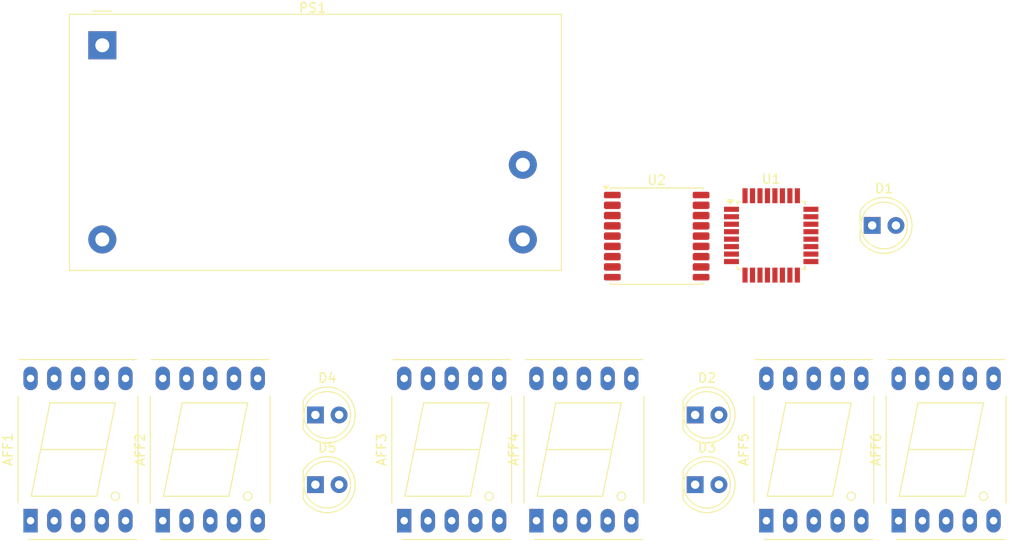
<source format=kicad_pcb>
(kicad_pcb (version 20241229) (generator "pcbnew") (generator_version "9.0")
  (layers (0 "F.Cu" signal) (2 "B.Cu" signal) (13 "F.Paste" user) (15 "B.Paste" user) (5 "F.SilkS" user "F.Silkscreen") (7 "B.SilkS" user "B.Silkscreen") (1 "F.Mask" user) (3 "B.Mask" user) (25 "Edge.Cuts" user))
  (net 0 "")
  (net 91 "Net-(U1-GND-Pad21)")
  (net 117 "Net-(U2-GND-Pad1)")
  (footprint "Display_7Segment:7SegmentLED_LTS6760_LTS6780" (layer "F.Cu") (at 130.334 109.22 90)
    (property "Reference" "AFF4" (at 7.62 -2.42 90) (layer "F.SilkS"))
    (property "Value" "LTS-6960HR")
    (fp_line (start 1.905 -1.33) (end 13.335 -1.33) (stroke (width 0.12)) (layer "F.SilkS"))
    (fp_line (start -2.015 -0.22) (end -2.015 11.38) (stroke (width 0.12)) (layer "F.SilkS"))
    (fp_line (start 2.62 0.08) (end 2.62 7.08) (stroke (width 0.12)) (layer "F.SilkS"))
    (fp_line (start 7.62 1.08) (end 2.62 0.08) (stroke (width 0.12)) (layer "F.SilkS"))
    (fp_line (start 12.62 2.08) (end 7.62 1.08) (stroke (width 0.12)) (layer "F.SilkS"))
    (fp_line (start 12.62 2.08) (end 12.62 9.08) (stroke (width 0.12)) (layer "F.SilkS"))
    (fp_line (start 2.62 7.08) (end 7.62 8.08) (stroke (width 0.12)) (layer "F.SilkS"))
    (fp_line (start 7.62 8.08) (end 7.62 1.08) (stroke (width 0.12)) (layer "F.SilkS"))
    (fp_line (start 12.62 9.08) (end 7.62 8.08) (stroke (width 0.12)) (layer "F.SilkS"))
    (fp_line (start 17.255 11.38) (end 17.255 -1.22) (stroke (width 0.12)) (layer "F.SilkS"))
    (fp_line (start 1.905 11.49) (end 13.335 11.49) (stroke (width 0.12)) (layer "F.SilkS"))
    (fp_circle (center 2.62 9.08) (end 3.067214 9.08) (stroke (width 0.12)) (fill no) (layer "F.SilkS"))
    (pad "1" thru_hole rect (at 0 0) (size 1.524 2.524) (drill 0.8) (layers "*.Cu" "*.Mask"))
    (pad "2" thru_hole oval (at 0 2.54) (size 1.524 2.524) (drill 0.8) (layers "*.Cu" "*.Mask"))
    (pad "3" thru_hole oval (at 0 5.08) (size 1.524 2.524) (drill 0.8) (layers "*.Cu" "*.Mask"))
    (pad "4" thru_hole oval (at 0 7.62) (size 1.524 2.524) (drill 0.8) (layers "*.Cu" "*.Mask"))
    (pad "5" thru_hole oval (at 0 10.16) (size 1.524 2.524) (drill 0.8) (layers "*.Cu" "*.Mask"))
    (pad "6" thru_hole oval (at 15.24 10.16) (size 1.524 2.524) (drill 0.8) (layers "*.Cu" "*.Mask"))
    (pad "7" thru_hole oval (at 15.24 7.62) (size 1.524 2.524) (drill 0.8) (layers "*.Cu" "*.Mask"))
    (pad "8" thru_hole oval (at 15.24 5.08) (size 1.524 2.524) (drill 0.8) (layers "*.Cu" "*.Mask"))
    (pad "9" thru_hole oval (at 15.24 2.54) (size 1.524 2.524) (drill 0.8) (layers "*.Cu" "*.Mask"))
    (pad "10" thru_hole oval (at 15.24 0) (size 1.524 2.524) (drill 0.8) (layers "*.Cu" "*.Mask"))
  )
  (footprint "Display_7Segment:7SegmentLED_LTS6760_LTS6780" (layer "F.Cu") (at 169.09 109.22 90)
    (property "Reference" "AFF6" (at 7.62 -2.42 90) (layer "F.SilkS"))
    (property "Value" "LTS-6960HR")
    (fp_line (start 1.905 -1.33) (end 13.335 -1.33) (stroke (width 0.12)) (layer "F.SilkS"))
    (fp_line (start -2.015 -0.22) (end -2.015 11.38) (stroke (width 0.12)) (layer "F.SilkS"))
    (fp_line (start 2.62 0.08) (end 2.62 7.08) (stroke (width 0.12)) (layer "F.SilkS"))
    (fp_line (start 7.62 1.08) (end 2.62 0.08) (stroke (width 0.12)) (layer "F.SilkS"))
    (fp_line (start 12.62 2.08) (end 7.62 1.08) (stroke (width 0.12)) (layer "F.SilkS"))
    (fp_line (start 12.62 2.08) (end 12.62 9.08) (stroke (width 0.12)) (layer "F.SilkS"))
    (fp_line (start 2.62 7.08) (end 7.62 8.08) (stroke (width 0.12)) (layer "F.SilkS"))
    (fp_line (start 7.62 8.08) (end 7.62 1.08) (stroke (width 0.12)) (layer "F.SilkS"))
    (fp_line (start 12.62 9.08) (end 7.62 8.08) (stroke (width 0.12)) (layer "F.SilkS"))
    (fp_line (start 17.255 11.38) (end 17.255 -1.22) (stroke (width 0.12)) (layer "F.SilkS"))
    (fp_line (start 1.905 11.49) (end 13.335 11.49) (stroke (width 0.12)) (layer "F.SilkS"))
    (fp_circle (center 2.62 9.08) (end 3.067214 9.08) (stroke (width 0.12)) (fill no) (layer "F.SilkS"))
    (pad "1" thru_hole rect (at 0 0) (size 1.524 2.524) (drill 0.8) (layers "*.Cu" "*.Mask"))
    (pad "2" thru_hole oval (at 0 2.54) (size 1.524 2.524) (drill 0.8) (layers "*.Cu" "*.Mask"))
    (pad "3" thru_hole oval (at 0 5.08) (size 1.524 2.524) (drill 0.8) (layers "*.Cu" "*.Mask"))
    (pad "4" thru_hole oval (at 0 7.62) (size 1.524 2.524) (drill 0.8) (layers "*.Cu" "*.Mask"))
    (pad "5" thru_hole oval (at 0 10.16) (size 1.524 2.524) (drill 0.8) (layers "*.Cu" "*.Mask"))
    (pad "6" thru_hole oval (at 15.24 10.16) (size 1.524 2.524) (drill 0.8) (layers "*.Cu" "*.Mask"))
    (pad "7" thru_hole oval (at 15.24 7.62) (size 1.524 2.524) (drill 0.8) (layers "*.Cu" "*.Mask"))
    (pad "8" thru_hole oval (at 15.24 5.08) (size 1.524 2.524) (drill 0.8) (layers "*.Cu" "*.Mask"))
    (pad "9" thru_hole oval (at 15.24 2.54) (size 1.524 2.524) (drill 0.8) (layers "*.Cu" "*.Mask"))
    (pad "10" thru_hole oval (at 15.24 0) (size 1.524 2.524) (drill 0.8) (layers "*.Cu" "*.Mask"))
  )
  (footprint "Display_7Segment:7SegmentLED_LTS6760_LTS6780" (layer "F.Cu") (at 154.94 109.22 90)
    (property "Reference" "AFF5" (at 7.62 -2.42 90) (layer "F.SilkS"))
    (property "Value" "LTS-6960HR")
    (fp_line (start 1.905 -1.33) (end 13.335 -1.33) (stroke (width 0.12)) (layer "F.SilkS"))
    (fp_line (start -2.015 -0.22) (end -2.015 11.38) (stroke (width 0.12)) (layer "F.SilkS"))
    (fp_line (start 2.62 0.08) (end 2.62 7.08) (stroke (width 0.12)) (layer "F.SilkS"))
    (fp_line (start 7.62 1.08) (end 2.62 0.08) (stroke (width 0.12)) (layer "F.SilkS"))
    (fp_line (start 12.62 2.08) (end 7.62 1.08) (stroke (width 0.12)) (layer "F.SilkS"))
    (fp_line (start 12.62 2.08) (end 12.62 9.08) (stroke (width 0.12)) (layer "F.SilkS"))
    (fp_line (start 2.62 7.08) (end 7.62 8.08) (stroke (width 0.12)) (layer "F.SilkS"))
    (fp_line (start 7.62 8.08) (end 7.62 1.08) (stroke (width 0.12)) (layer "F.SilkS"))
    (fp_line (start 12.62 9.08) (end 7.62 8.08) (stroke (width 0.12)) (layer "F.SilkS"))
    (fp_line (start 17.255 11.38) (end 17.255 -1.22) (stroke (width 0.12)) (layer "F.SilkS"))
    (fp_line (start 1.905 11.49) (end 13.335 11.49) (stroke (width 0.12)) (layer "F.SilkS"))
    (fp_circle (center 2.62 9.08) (end 3.067214 9.08) (stroke (width 0.12)) (fill no) (layer "F.SilkS"))
    (pad "1" thru_hole rect (at 0 0) (size 1.524 2.524) (drill 0.8) (layers "*.Cu" "*.Mask"))
    (pad "2" thru_hole oval (at 0 2.54) (size 1.524 2.524) (drill 0.8) (layers "*.Cu" "*.Mask"))
    (pad "3" thru_hole oval (at 0 5.08) (size 1.524 2.524) (drill 0.8) (layers "*.Cu" "*.Mask"))
    (pad "4" thru_hole oval (at 0 7.62) (size 1.524 2.524) (drill 0.8) (layers "*.Cu" "*.Mask"))
    (pad "5" thru_hole oval (at 0 10.16) (size 1.524 2.524) (drill 0.8) (layers "*.Cu" "*.Mask"))
    (pad "6" thru_hole oval (at 15.24 10.16) (size 1.524 2.524) (drill 0.8) (layers "*.Cu" "*.Mask"))
    (pad "7" thru_hole oval (at 15.24 7.62) (size 1.524 2.524) (drill 0.8) (layers "*.Cu" "*.Mask"))
    (pad "8" thru_hole oval (at 15.24 5.08) (size 1.524 2.524) (drill 0.8) (layers "*.Cu" "*.Mask"))
    (pad "9" thru_hole oval (at 15.24 2.54) (size 1.524 2.524) (drill 0.8) (layers "*.Cu" "*.Mask"))
    (pad "10" thru_hole oval (at 15.24 0) (size 1.524 2.524) (drill 0.8) (layers "*.Cu" "*.Mask"))
  )
  (footprint "LED_THT:LED_D5.0mm" (layer "F.Cu") (at 147.32 97.8916)
    (property "Reference" "D2" (at 1.27 -3.96 0) (layer "F.SilkS"))
    (property "Value" "LED")
    (fp_line (start -1.29 -1.545) (end -1.29 1.545) (stroke (width 0.12)) (layer "F.SilkS"))
    (fp_arc (start -1.29 -1.54483) (mid 2.071756 -2.880501) (end 4.26 -0.000048) (stroke (width 0.12)) (layer "F.SilkS"))
    (fp_arc (start 4.26 0.000048) (mid 2.071756 2.880501) (end -1.29 1.54483) (stroke (width 0.12)) (layer "F.SilkS"))
    (fp_circle (center 1.27 0) (end 3.77 0) (stroke (width 0.12)) (fill no) (layer "F.SilkS"))
    (pad "1" thru_hole rect (at 0 0) (size 1.8 1.8) (drill 0.9) (layers "*.Cu" "*.Mask"))
    (pad "2" thru_hole circle (at 2.54 0) (size 1.8 1.8) (drill 0.9) (layers "*.Cu" "*.Mask"))
  )
  (footprint "LED_THT:LED_D5.0mm_IRGrey" (layer "F.Cu") (at 166.2634 77.597)
    (property "Reference" "D1" (at 1.27 -3.96 0) (layer "F.SilkS"))
    (property "Value" "SFH203")
    (fp_line (start -1.29 -1.545) (end -1.29 1.545) (stroke (width 0.12)) (layer "F.SilkS"))
    (fp_arc (start -1.29 -1.54483) (mid 2.071756 -2.880501) (end 4.26 -0.000048) (stroke (width 0.12)) (layer "F.SilkS"))
    (fp_arc (start 4.26 0.000048) (mid 2.071756 2.880501) (end -1.29 1.54483) (stroke (width 0.12)) (layer "F.SilkS"))
    (fp_circle (center 1.27 0) (end 3.77 0) (stroke (width 0.12)) (fill no) (layer "F.SilkS"))
    (pad "1" thru_hole rect (at 0 0) (size 1.8 1.8) (drill 0.9) (layers "*.Cu" "*.Mask"))
    (pad "2" thru_hole circle (at 2.54 0) (size 1.8 1.8) (drill 0.9) (layers "*.Cu" "*.Mask"))
  )
  (footprint "Converter_ACDC:Converter_ACDC_MeanWell_IRM-20-xx_THT" (layer "F.Cu") (at 83.88 58.2975)
    (property "Reference" "PS1" (at 22.5 -4 0) (layer "F.SilkS"))
    (property "Value" "IRM-20-3.3")
    (fp_line (start -3.52 -3.32) (end -3.52 24.12) (stroke (width 0.12)) (layer "F.SilkS"))
    (fp_line (start -3.52 -3.32) (end 49.12 -3.32) (stroke (width 0.12)) (layer "F.SilkS"))
    (fp_line (start -3.52 24.12) (end 49.12 24.12) (stroke (width 0.12)) (layer "F.SilkS"))
    (fp_line (start 1 -3.65) (end -1 -3.65) (stroke (width 0.12)) (layer "F.SilkS"))
    (fp_line (start 49.12 -3.32) (end 49.12 24.12) (stroke (width 0.12)) (layer "F.SilkS"))
    (pad "1" thru_hole rect (at 0 0) (size 3 3) (drill 1.5) (layers "*.Cu" "*.Mask"))
    (pad "2" thru_hole circle (at 0 20.8) (size 3 3) (drill 1.5) (layers "*.Cu" "*.Mask"))
    (pad "3" thru_hole circle (at 45 20.8) (size 3 3) (drill 1.5) (layers "*.Cu" "*.Mask"))
    (pad "4" thru_hole circle (at 45 12.8) (size 3 3) (drill 1.5) (layers "*.Cu" "*.Mask"))
  )
  (footprint "Display_7Segment:7SegmentLED_LTS6760_LTS6780" (layer "F.Cu") (at 116.184 109.22 90)
    (property "Reference" "AFF3" (at 7.62 -2.42 90) (layer "F.SilkS"))
    (property "Value" "LTS-6960HR")
    (fp_line (start 1.905 -1.33) (end 13.335 -1.33) (stroke (width 0.12)) (layer "F.SilkS"))
    (fp_line (start -2.015 -0.22) (end -2.015 11.38) (stroke (width 0.12)) (layer "F.SilkS"))
    (fp_line (start 2.62 0.08) (end 2.62 7.08) (stroke (width 0.12)) (layer "F.SilkS"))
    (fp_line (start 7.62 1.08) (end 2.62 0.08) (stroke (width 0.12)) (layer "F.SilkS"))
    (fp_line (start 12.62 2.08) (end 7.62 1.08) (stroke (width 0.12)) (layer "F.SilkS"))
    (fp_line (start 12.62 2.08) (end 12.62 9.08) (stroke (width 0.12)) (layer "F.SilkS"))
    (fp_line (start 2.62 7.08) (end 7.62 8.08) (stroke (width 0.12)) (layer "F.SilkS"))
    (fp_line (start 7.62 8.08) (end 7.62 1.08) (stroke (width 0.12)) (layer "F.SilkS"))
    (fp_line (start 12.62 9.08) (end 7.62 8.08) (stroke (width 0.12)) (layer "F.SilkS"))
    (fp_line (start 17.255 11.38) (end 17.255 -1.22) (stroke (width 0.12)) (layer "F.SilkS"))
    (fp_line (start 1.905 11.49) (end 13.335 11.49) (stroke (width 0.12)) (layer "F.SilkS"))
    (fp_circle (center 2.62 9.08) (end 3.067214 9.08) (stroke (width 0.12)) (fill no) (layer "F.SilkS"))
    (pad "1" thru_hole rect (at 0 0) (size 1.524 2.524) (drill 0.8) (layers "*.Cu" "*.Mask"))
    (pad "2" thru_hole oval (at 0 2.54) (size 1.524 2.524) (drill 0.8) (layers "*.Cu" "*.Mask"))
    (pad "3" thru_hole oval (at 0 5.08) (size 1.524 2.524) (drill 0.8) (layers "*.Cu" "*.Mask"))
    (pad "4" thru_hole oval (at 0 7.62) (size 1.524 2.524) (drill 0.8) (layers "*.Cu" "*.Mask"))
    (pad "5" thru_hole oval (at 0 10.16) (size 1.524 2.524) (drill 0.8) (layers "*.Cu" "*.Mask"))
    (pad "6" thru_hole oval (at 15.24 10.16) (size 1.524 2.524) (drill 0.8) (layers "*.Cu" "*.Mask"))
    (pad "7" thru_hole oval (at 15.24 7.62) (size 1.524 2.524) (drill 0.8) (layers "*.Cu" "*.Mask"))
    (pad "8" thru_hole oval (at 15.24 5.08) (size 1.524 2.524) (drill 0.8) (layers "*.Cu" "*.Mask"))
    (pad "9" thru_hole oval (at 15.24 2.54) (size 1.524 2.524) (drill 0.8) (layers "*.Cu" "*.Mask"))
    (pad "10" thru_hole oval (at 15.24 0) (size 1.524 2.524) (drill 0.8) (layers "*.Cu" "*.Mask"))
  )
  (footprint "LED_THT:LED_D5.0mm" (layer "F.Cu") (at 147.32 105.3616)
    (property "Reference" "D3" (at 1.27 -3.96 0) (layer "F.SilkS"))
    (property "Value" "LED")
    (fp_line (start -1.29 -1.545) (end -1.29 1.545) (stroke (width 0.12)) (layer "F.SilkS"))
    (fp_arc (start -1.29 -1.54483) (mid 2.071756 -2.880501) (end 4.26 -0.000048) (stroke (width 0.12)) (layer "F.SilkS"))
    (fp_arc (start 4.26 0.000048) (mid 2.071756 2.880501) (end -1.29 1.54483) (stroke (width 0.12)) (layer "F.SilkS"))
    (fp_circle (center 1.27 0) (end 3.77 0) (stroke (width 0.12)) (fill no) (layer "F.SilkS"))
    (pad "1" thru_hole rect (at 0 0) (size 1.8 1.8) (drill 0.9) (layers "*.Cu" "*.Mask"))
    (pad "2" thru_hole circle (at 2.54 0) (size 1.8 1.8) (drill 0.9) (layers "*.Cu" "*.Mask"))
  )
  (footprint "Display_7Segment:7SegmentLED_LTS6760_LTS6780" (layer "F.Cu") (at 90.35 109.22 90)
    (property "Reference" "AFF2" (at 7.62 -2.42 90) (layer "F.SilkS"))
    (property "Value" "LTS-6960HR")
    (fp_line (start 1.905 -1.33) (end 13.335 -1.33) (stroke (width 0.12)) (layer "F.SilkS"))
    (fp_line (start -2.015 -0.22) (end -2.015 11.38) (stroke (width 0.12)) (layer "F.SilkS"))
    (fp_line (start 2.62 0.08) (end 2.62 7.08) (stroke (width 0.12)) (layer "F.SilkS"))
    (fp_line (start 7.62 1.08) (end 2.62 0.08) (stroke (width 0.12)) (layer "F.SilkS"))
    (fp_line (start 12.62 2.08) (end 7.62 1.08) (stroke (width 0.12)) (layer "F.SilkS"))
    (fp_line (start 12.62 2.08) (end 12.62 9.08) (stroke (width 0.12)) (layer "F.SilkS"))
    (fp_line (start 2.62 7.08) (end 7.62 8.08) (stroke (width 0.12)) (layer "F.SilkS"))
    (fp_line (start 7.62 8.08) (end 7.62 1.08) (stroke (width 0.12)) (layer "F.SilkS"))
    (fp_line (start 12.62 9.08) (end 7.62 8.08) (stroke (width 0.12)) (layer "F.SilkS"))
    (fp_line (start 17.255 11.38) (end 17.255 -1.22) (stroke (width 0.12)) (layer "F.SilkS"))
    (fp_line (start 1.905 11.49) (end 13.335 11.49) (stroke (width 0.12)) (layer "F.SilkS"))
    (fp_circle (center 2.62 9.08) (end 3.067214 9.08) (stroke (width 0.12)) (fill no) (layer "F.SilkS"))
    (pad "1" thru_hole rect (at 0 0) (size 1.524 2.524) (drill 0.8) (layers "*.Cu" "*.Mask"))
    (pad "2" thru_hole oval (at 0 2.54) (size 1.524 2.524) (drill 0.8) (layers "*.Cu" "*.Mask"))
    (pad "3" thru_hole oval (at 0 5.08) (size 1.524 2.524) (drill 0.8) (layers "*.Cu" "*.Mask"))
    (pad "4" thru_hole oval (at 0 7.62) (size 1.524 2.524) (drill 0.8) (layers "*.Cu" "*.Mask"))
    (pad "5" thru_hole oval (at 0 10.16) (size 1.524 2.524) (drill 0.8) (layers "*.Cu" "*.Mask"))
    (pad "6" thru_hole oval (at 15.24 10.16) (size 1.524 2.524) (drill 0.8) (layers "*.Cu" "*.Mask"))
    (pad "7" thru_hole oval (at 15.24 7.62) (size 1.524 2.524) (drill 0.8) (layers "*.Cu" "*.Mask"))
    (pad "8" thru_hole oval (at 15.24 5.08) (size 1.524 2.524) (drill 0.8) (layers "*.Cu" "*.Mask"))
    (pad "9" thru_hole oval (at 15.24 2.54) (size 1.524 2.524) (drill 0.8) (layers "*.Cu" "*.Mask"))
    (pad "10" thru_hole oval (at 15.24 0) (size 1.524 2.524) (drill 0.8) (layers "*.Cu" "*.Mask"))
  )
  (footprint "Package_QFP:TQFP-32_7x7mm_P0.8mm" (layer "F.Cu") (at 155.455 78.663)
    (property "Reference" "U1" (at 0 -6.05 0) (layer "F.SilkS"))
    (property "Value" "ATmega328PB-A")
    (fp_line (start -3.625 -3.625) (end -3.625 -3.4) (stroke (width 0.15)) (layer "F.SilkS"))
    (fp_line (start -3.625 -3.625) (end -3.3 -3.625) (stroke (width 0.15)) (layer "F.SilkS"))
    (fp_line (start -3.625 3.625) (end -3.625 3.3) (stroke (width 0.15)) (layer "F.SilkS"))
    (fp_line (start -3.625 3.625) (end -3.3 3.625) (stroke (width 0.15)) (layer "F.SilkS"))
    (fp_line (start 3.625 -3.625) (end 3.3 -3.625) (stroke (width 0.15)) (layer "F.SilkS"))
    (fp_line (start 3.625 -3.625) (end 3.625 -3.3) (stroke (width 0.15)) (layer "F.SilkS"))
    (fp_line (start 3.625 3.625) (end 3.3 3.625) (stroke (width 0.15)) (layer "F.SilkS"))
    (fp_line (start 3.625 3.625) (end 3.625 3.3) (stroke (width 0.15)) (layer "F.SilkS"))
    (fp_poly (pts (xy -4.39 -3.34) (xy -4.73 -3.81) (xy -4.05 -3.81) (xy -4.39 -3.34)) (stroke (width 0.12)) (fill yes) (layer "F.SilkS"))
    (pad "1" smd rect (at -4.25 -2.8) (size 1.6 0.55) (layers "F.Cu" "F.Mask" "F.Paste"))
    (pad "2" smd rect (at -4.25 -2) (size 1.6 0.55) (layers "F.Cu" "F.Mask" "F.Paste"))
    (pad "3" smd rect (at -4.25 -1.2) (size 1.6 0.55) (layers "F.Cu" "F.Mask" "F.Paste"))
    (pad "4" smd rect (at -4.25 -0.4) (size 1.6 0.55) (layers "F.Cu" "F.Mask" "F.Paste"))
    (pad "5" smd rect (at -4.25 0.4) (size 1.6 0.55) (layers "F.Cu" "F.Mask" "F.Paste") (net 91 "Net-(U1-GND-Pad21)"))
    (pad "6" smd rect (at -4.25 1.2) (size 1.6 0.55) (layers "F.Cu" "F.Mask" "F.Paste"))
    (pad "7" smd rect (at -4.25 2) (size 1.6 0.55) (layers "F.Cu" "F.Mask" "F.Paste"))
    (pad "8" smd rect (at -4.25 2.8) (size 1.6 0.55) (layers "F.Cu" "F.Mask" "F.Paste"))
    (pad "9" smd rect (at -2.8 4.25 90) (size 1.6 0.55) (layers "F.Cu" "F.Mask" "F.Paste"))
    (pad "10" smd rect (at -2 4.25 90) (size 1.6 0.55) (layers "F.Cu" "F.Mask" "F.Paste"))
    (pad "11" smd rect (at -1.2 4.25 90) (size 1.6 0.55) (layers "F.Cu" "F.Mask" "F.Paste"))
    (pad "12" smd rect (at -0.4 4.25 90) (size 1.6 0.55) (layers "F.Cu" "F.Mask" "F.Paste"))
    (pad "13" smd rect (at 0.4 4.25 90) (size 1.6 0.55) (layers "F.Cu" "F.Mask" "F.Paste"))
    (pad "14" smd rect (at 1.2 4.25 90) (size 1.6 0.55) (layers "F.Cu" "F.Mask" "F.Paste"))
    (pad "15" smd rect (at 2 4.25 90) (size 1.6 0.55) (layers "F.Cu" "F.Mask" "F.Paste"))
    (pad "16" smd rect (at 2.8 4.25 90) (size 1.6 0.55) (layers "F.Cu" "F.Mask" "F.Paste"))
    (pad "17" smd rect (at 4.25 2.8) (size 1.6 0.55) (layers "F.Cu" "F.Mask" "F.Paste"))
    (pad "18" smd rect (at 4.25 2) (size 1.6 0.55) (layers "F.Cu" "F.Mask" "F.Paste"))
    (pad "19" smd rect (at 4.25 1.2) (size 1.6 0.55) (layers "F.Cu" "F.Mask" "F.Paste"))
    (pad "20" smd rect (at 4.25 0.4) (size 1.6 0.55) (layers "F.Cu" "F.Mask" "F.Paste"))
    (pad "21" smd rect (at 4.25 -0.4) (size 1.6 0.55) (layers "F.Cu" "F.Mask" "F.Paste") (net 91 "Net-(U1-GND-Pad21)"))
    (pad "22" smd rect (at 4.25 -1.2) (size 1.6 0.55) (layers "F.Cu" "F.Mask" "F.Paste"))
    (pad "23" smd rect (at 4.25 -2) (size 1.6 0.55) (layers "F.Cu" "F.Mask" "F.Paste"))
    (pad "24" smd rect (at 4.25 -2.8) (size 1.6 0.55) (layers "F.Cu" "F.Mask" "F.Paste"))
    (pad "25" smd rect (at 2.8 -4.25 90) (size 1.6 0.55) (layers "F.Cu" "F.Mask" "F.Paste"))
    (pad "26" smd rect (at 2 -4.25 90) (size 1.6 0.55) (layers "F.Cu" "F.Mask" "F.Paste"))
    (pad "27" smd rect (at 1.2 -4.25 90) (size 1.6 0.55) (layers "F.Cu" "F.Mask" "F.Paste"))
    (pad "28" smd rect (at 0.4 -4.25 90) (size 1.6 0.55) (layers "F.Cu" "F.Mask" "F.Paste"))
    (pad "29" smd rect (at -0.4 -4.25 90) (size 1.6 0.55) (layers "F.Cu" "F.Mask" "F.Paste"))
    (pad "30" smd rect (at -1.2 -4.25 90) (size 1.6 0.55) (layers "F.Cu" "F.Mask" "F.Paste"))
    (pad "31" smd rect (at -2 -4.25 90) (size 1.6 0.55) (layers "F.Cu" "F.Mask" "F.Paste"))
    (pad "32" smd rect (at -2.8 -4.25 90) (size 1.6 0.55) (layers "F.Cu" "F.Mask" "F.Paste"))
  )
  (footprint "LED_THT:LED_D5.0mm" (layer "F.Cu") (at 106.68 97.8916)
    (property "Reference" "D4" (at 1.27 -3.96 0) (layer "F.SilkS"))
    (property "Value" "LED")
    (fp_line (start -1.29 -1.545) (end -1.29 1.545) (stroke (width 0.12)) (layer "F.SilkS"))
    (fp_arc (start -1.29 -1.54483) (mid 2.071756 -2.880501) (end 4.26 -0.000048) (stroke (width 0.12)) (layer "F.SilkS"))
    (fp_arc (start 4.26 0.000048) (mid 2.071756 2.880501) (end -1.29 1.54483) (stroke (width 0.12)) (layer "F.SilkS"))
    (fp_circle (center 1.27 0) (end 3.77 0) (stroke (width 0.12)) (fill no) (layer "F.SilkS"))
    (pad "1" thru_hole rect (at 0 0) (size 1.8 1.8) (drill 0.9) (layers "*.Cu" "*.Mask"))
    (pad "2" thru_hole circle (at 2.54 0) (size 1.8 1.8) (drill 0.9) (layers "*.Cu" "*.Mask"))
  )
  (footprint "LED_THT:LED_D5.0mm" (layer "F.Cu") (at 106.68 105.3616)
    (property "Reference" "D5" (at 1.27 -3.96 0) (layer "F.SilkS"))
    (property "Value" "LED")
    (fp_line (start -1.29 -1.545) (end -1.29 1.545) (stroke (width 0.12)) (layer "F.SilkS"))
    (fp_arc (start -1.29 -1.54483) (mid 2.071756 -2.880501) (end 4.26 -0.000048) (stroke (width 0.12)) (layer "F.SilkS"))
    (fp_arc (start 4.26 0.000048) (mid 2.071756 2.880501) (end -1.29 1.54483) (stroke (width 0.12)) (layer "F.SilkS"))
    (fp_circle (center 1.27 0) (end 3.77 0) (stroke (width 0.12)) (fill no) (layer "F.SilkS"))
    (pad "1" thru_hole rect (at 0 0) (size 1.8 1.8) (drill 0.9) (layers "*.Cu" "*.Mask"))
    (pad "2" thru_hole circle (at 2.54 0) (size 1.8 1.8) (drill 0.9) (layers "*.Cu" "*.Mask"))
  )
  (footprint "RF_GPS:ublox_MAX" (layer "F.Cu") (at 143.205 78.738)
    (property "Reference" "U2" (at 0 -6 0) (layer "F.SilkS"))
    (property "Value" "MAX-M10S")
    (fp_line (start -4.96 -5.16) (end -4.96 -5.01) (stroke (width 0.12)) (layer "F.SilkS"))
    (fp_line (start -4.96 -5.16) (end 4.96 -5.16) (stroke (width 0.12)) (layer "F.SilkS"))
    (fp_line (start -4.96 5.01) (end -4.96 5.16) (stroke (width 0.12)) (layer "F.SilkS"))
    (fp_line (start -4.96 5.16) (end 4.96 5.16) (stroke (width 0.12)) (layer "F.SilkS"))
    (fp_line (start 4.96 -5.16) (end 4.96 -5.01) (stroke (width 0.12)) (layer "F.SilkS"))
    (fp_line (start 4.96 5.01) (end 4.96 5.16) (stroke (width 0.12)) (layer "F.SilkS"))
    (fp_poly (pts (xy -5.43 -5.01) (xy -5.67 -5.34) (xy -5.19 -5.34) (xy -5.43 -5.01)) (stroke (width 0.12)) (fill yes) (layer "F.SilkS"))
    (pad "1" smd roundrect (at -4.75 -4.4) (size 1.8 0.7) (layers "F.Cu" "F.Mask" "F.Paste") (net 117 "Net-(U2-GND-Pad1)"))
    (pad "2" smd roundrect (at -4.75 -3.3) (size 1.8 0.8) (layers "F.Cu" "F.Mask" "F.Paste"))
    (pad "3" smd roundrect (at -4.75 -2.2) (size 1.8 0.8) (layers "F.Cu" "F.Mask" "F.Paste"))
    (pad "4" smd roundrect (at -4.75 -1.1) (size 1.8 0.8) (layers "F.Cu" "F.Mask" "F.Paste"))
    (pad "5" smd roundrect (at -4.75 0) (size 1.8 0.8) (layers "F.Cu" "F.Mask" "F.Paste"))
    (pad "6" smd roundrect (at -4.75 1.1) (size 1.8 0.8) (layers "F.Cu" "F.Mask" "F.Paste"))
    (pad "7" smd roundrect (at -4.75 2.2) (size 1.8 0.8) (layers "F.Cu" "F.Mask" "F.Paste"))
    (pad "8" smd roundrect (at -4.75 3.3) (size 1.8 0.8) (layers "F.Cu" "F.Mask" "F.Paste"))
    (pad "9" smd roundrect (at -4.75 4.4) (size 1.8 0.7) (layers "F.Cu" "F.Mask" "F.Paste"))
    (pad "10" smd roundrect (at 4.75 4.4) (size 1.8 0.7) (layers "F.Cu" "F.Mask" "F.Paste") (net 117 "Net-(U2-GND-Pad1)"))
    (pad "11" smd roundrect (at 4.75 3.3) (size 1.8 0.8) (layers "F.Cu" "F.Mask" "F.Paste"))
    (pad "12" smd roundrect (at 4.75 2.2) (size 1.8 0.8) (layers "F.Cu" "F.Mask" "F.Paste") (net 117 "Net-(U2-GND-Pad1)"))
    (pad "13" smd roundrect (at 4.75 1.1) (size 1.8 0.8) (layers "F.Cu" "F.Mask" "F.Paste"))
    (pad "14" smd roundrect (at 4.75 0) (size 1.8 0.8) (layers "F.Cu" "F.Mask" "F.Paste"))
    (pad "15" smd roundrect (at 4.75 -1.1) (size 1.8 0.8) (layers "F.Cu" "F.Mask" "F.Paste"))
    (pad "16" smd roundrect (at 4.75 -2.2) (size 1.8 0.8) (layers "F.Cu" "F.Mask" "F.Paste"))
    (pad "17" smd roundrect (at 4.75 -3.3) (size 1.8 0.8) (layers "F.Cu" "F.Mask" "F.Paste"))
    (pad "18" smd roundrect (at 4.75 -4.4) (size 1.8 0.7) (layers "F.Cu" "F.Mask" "F.Paste"))
  )
  (footprint "Display_7Segment:7SegmentLED_LTS6760_LTS6780" (layer "F.Cu") (at 76.2 109.22 90)
    (property "Reference" "AFF1" (at 7.62 -2.42 90) (layer "F.SilkS"))
    (property "Value" "LTS-6960HR")
    (fp_line (start 1.905 -1.33) (end 13.335 -1.33) (stroke (width 0.12)) (layer "F.SilkS"))
    (fp_line (start -2.015 -0.22) (end -2.015 11.38) (stroke (width 0.12)) (layer "F.SilkS"))
    (fp_line (start 2.62 0.08) (end 2.62 7.08) (stroke (width 0.12)) (layer "F.SilkS"))
    (fp_line (start 7.62 1.08) (end 2.62 0.08) (stroke (width 0.12)) (layer "F.SilkS"))
    (fp_line (start 12.62 2.08) (end 7.62 1.08) (stroke (width 0.12)) (layer "F.SilkS"))
    (fp_line (start 12.62 2.08) (end 12.62 9.08) (stroke (width 0.12)) (layer "F.SilkS"))
    (fp_line (start 2.62 7.08) (end 7.62 8.08) (stroke (width 0.12)) (layer "F.SilkS"))
    (fp_line (start 7.62 8.08) (end 7.62 1.08) (stroke (width 0.12)) (layer "F.SilkS"))
    (fp_line (start 12.62 9.08) (end 7.62 8.08) (stroke (width 0.12)) (layer "F.SilkS"))
    (fp_line (start 17.255 11.38) (end 17.255 -1.22) (stroke (width 0.12)) (layer "F.SilkS"))
    (fp_line (start 1.905 11.49) (end 13.335 11.49) (stroke (width 0.12)) (layer "F.SilkS"))
    (fp_circle (center 2.62 9.08) (end 3.067214 9.08) (stroke (width 0.12)) (fill no) (layer "F.SilkS"))
    (pad "1" thru_hole rect (at 0 0) (size 1.524 2.524) (drill 0.8) (layers "*.Cu" "*.Mask"))
    (pad "2" thru_hole oval (at 0 2.54) (size 1.524 2.524) (drill 0.8) (layers "*.Cu" "*.Mask"))
    (pad "3" thru_hole oval (at 0 5.08) (size 1.524 2.524) (drill 0.8) (layers "*.Cu" "*.Mask"))
    (pad "4" thru_hole oval (at 0 7.62) (size 1.524 2.524) (drill 0.8) (layers "*.Cu" "*.Mask"))
    (pad "5" thru_hole oval (at 0 10.16) (size 1.524 2.524) (drill 0.8) (layers "*.Cu" "*.Mask"))
    (pad "6" thru_hole oval (at 15.24 10.16) (size 1.524 2.524) (drill 0.8) (layers "*.Cu" "*.Mask"))
    (pad "7" thru_hole oval (at 15.24 7.62) (size 1.524 2.524) (drill 0.8) (layers "*.Cu" "*.Mask"))
    (pad "8" thru_hole oval (at 15.24 5.08) (size 1.524 2.524) (drill 0.8) (layers "*.Cu" "*.Mask"))
    (pad "9" thru_hole oval (at 15.24 2.54) (size 1.524 2.524) (drill 0.8) (layers "*.Cu" "*.Mask"))
    (pad "10" thru_hole oval (at 15.24 0) (size 1.524 2.524) (drill 0.8) (layers "*.Cu" "*.Mask"))
  )
)
</source>
